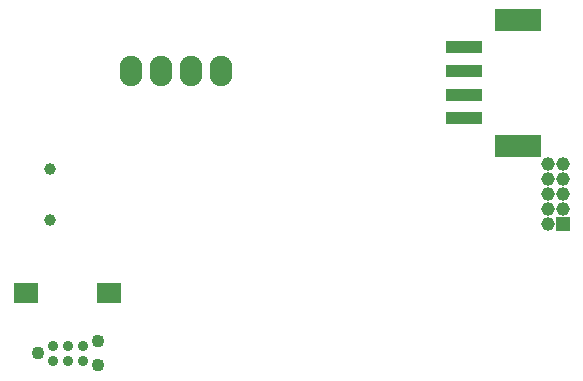
<source format=gbs>
G04 #@! TF.FileFunction,Soldermask,Bot*
%FSLAX46Y46*%
G04 Gerber Fmt 4.6, Leading zero omitted, Abs format (unit mm)*
G04 Created by KiCad (PCBNEW 4.0.0-rc2-stable) date 17/02/2016 11:29:29*
%MOMM*%
G01*
G04 APERTURE LIST*
%ADD10C,0.100000*%
%ADD11R,1.150000X1.150000*%
%ADD12C,1.150000*%
%ADD13O,1.900000X2.600000*%
%ADD14C,0.999160*%
%ADD15C,0.884860*%
%ADD16C,1.088060*%
%ADD17C,1.085520*%
%ADD18R,2.100000X1.700000*%
%ADD19R,3.900000X1.900000*%
%ADD20R,3.100000X1.100000*%
G04 APERTURE END LIST*
D10*
D11*
X72660000Y81762000D03*
D12*
X72660000Y83032000D03*
X72660000Y84302000D03*
X72660000Y85572000D03*
X72660000Y86842000D03*
X71390000Y83032000D03*
X71390000Y84302000D03*
X71390000Y85572000D03*
X71390000Y86842000D03*
X71390000Y81762000D03*
D13*
X36084000Y94716000D03*
X38624000Y94716000D03*
X41164000Y94716000D03*
X43704000Y94716000D03*
D14*
X29250900Y86501640D03*
X29250900Y82102360D03*
D15*
X29480000Y71475000D03*
X29480000Y70205000D03*
X30750000Y71475000D03*
X30750000Y70205000D03*
X32020000Y71475000D03*
X32020000Y70205000D03*
D16*
X28210000Y70840000D03*
D17*
X33290000Y69824000D03*
X33290000Y71856000D03*
D18*
X27250000Y75920000D03*
X34250000Y75920000D03*
D19*
X68878000Y99098000D03*
X68878000Y88398000D03*
D20*
X64278000Y96748000D03*
X64278000Y94748000D03*
X64278000Y92748000D03*
X64278000Y90748000D03*
M02*

</source>
